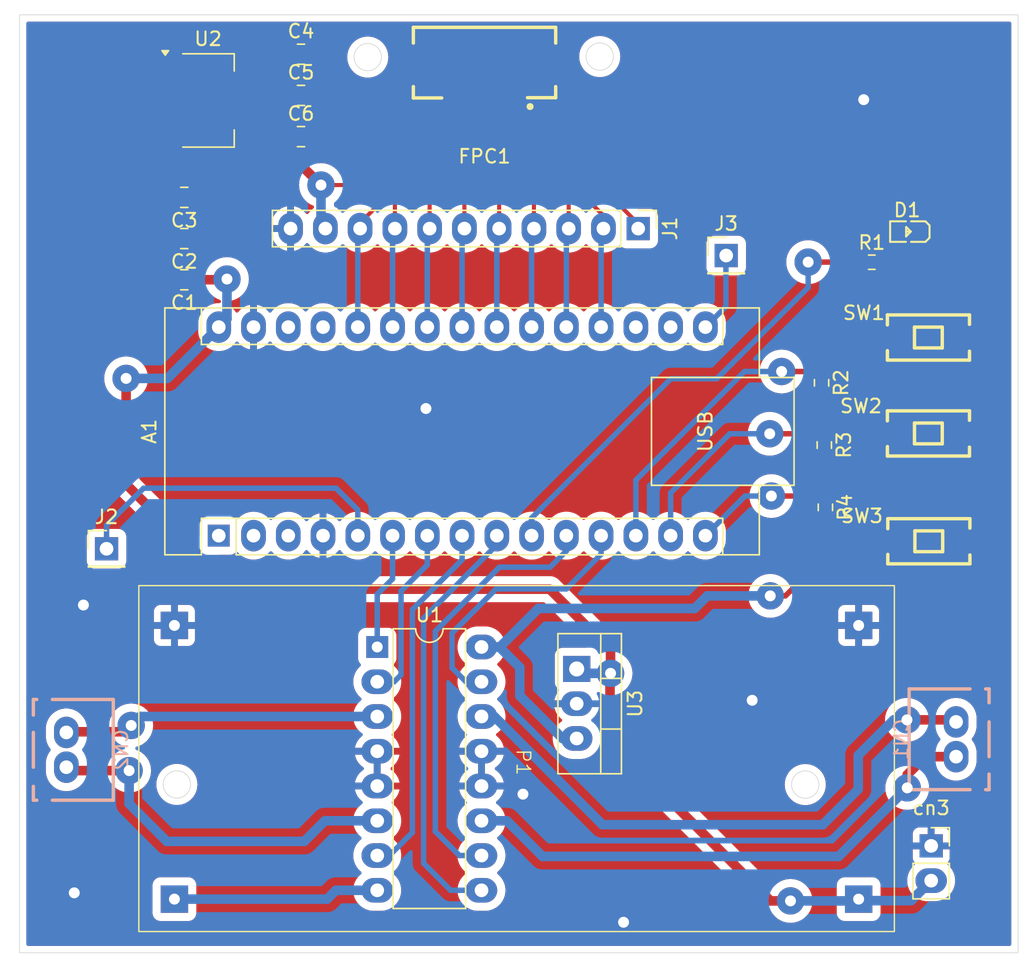
<source format=kicad_pcb>
(kicad_pcb (version 20240108) (generator "pcbnew") (generator_version "8.0")
  (layers (0 "F.Cu" signal) (31 "B.Cu" signal) (34 "B.Paste" user) (35 "F.Paste" user) (36 "B.SilkS" user "B.Silkscreen") (37 "F.SilkS" user "F.Silkscreen") (38 "B.Mask" user) (39 "F.Mask" user) (44 "Edge.Cuts" user))
  (net 0 "")
  (net 1 "/D3")
  (net 2 "/PWMA")
  (net 3 "/BIN1")
  (net 4 "/SW2")
  (net 5 "GND")
  (net 6 "+7.5V")
  (net 7 "/SW1")
  (net 8 "/AIN1")
  (net 9 "/LED")
  (net 10 "/D8")
  (net 11 "/D7")
  (net 12 "/SW3")
  (net 13 "/D2")
  (net 14 "/D1")
  (net 15 "/AIN2")
  (net 20 "/D6")
  (net 21 "Net-(A1-D13)")
  (net 22 "/BIN2")
  (net 24 "/D4")
  (net 25 "/PWMB")
  (net 26 "/D5")
  (net 27 "Net-(A1-D2)")
  (net 29 "+3V3")
  (net 30 "/ML2")
  (net 31 "/ML1")
  (net 32 "/MR2")
  (net 33 "/MR1")
  (net 34 "Net-(D1-A)")
  (net 36 "+12V")
  (net 37 "+5V")
  (footprint "Resistor_SMD:R_0603_1608Metric" (layer "F.Cu") (at 174.42 97.15 -90)
    (property "Reference" "R4" (at 0 -1.43 90) (layer "F.SilkS"))
    (property "Value" "10K")
    (pad "1" smd roundrect (at -0.825 0 270) (size 0.8 0.95) (layers "F.Cu" "F.Paste" "F.Mask") (net 12 "/SW3"))
    (pad "2" smd roundrect (at 0.825 0 270) (size 0.8 0.95) (layers "F.Cu" "F.Paste" "F.Mask") (net 37 "+5V"))
  )
  (footprint "Resistor_SMD:R_0603_1608Metric" (layer "F.Cu") (at 174.34 92.6 -90)
    (property "Reference" "R3" (at 0 -1.43 90) (layer "F.SilkS"))
    (property "Value" "10K")
    (pad "1" smd roundrect (at -0.825 0 270) (size 0.8 0.95) (layers "F.Cu" "F.Paste" "F.Mask") (net 4 "/SW2"))
    (pad "2" smd roundrect (at 0.825 0 270) (size 0.8 0.95) (layers "F.Cu" "F.Paste" "F.Mask") (net 37 "+5V"))
  )
  (footprint "easyeda2kicad:SW-SMD_L6.0-W3.3-LS8.0" (layer "F.Cu") (at 181.81 91.77 180)
    (property "Reference" "SW2" (at 4.79 2.02 0) (layer "F.SilkS"))
    (property "Value" "SW_Push")
    (pad "1" smd rect (at -4 0 180) (size 1.9 1.5) (layers "F.Cu" "F.Paste" "F.Mask") (net 5 "GND"))
    (pad "2" smd rect (at 4 0 180) (size 1.9 1.5) (layers "F.Cu" "F.Paste" "F.Mask") (net 4 "/SW2"))
  )
  (footprint "symbols_footprint:buck_boost converter" (layer "F.Cu") (at 151.85 115.78 -90)
    (property "Reference" "P1" (at 0 -0.5 -90) (layer "F.SilkS") (effects (font (thickness 0.1))))
    (property "Value" "~")
    (pad "1" thru_hole rect (at 10 -25 270) (size 2 2) (drill 0.8) (layers "*.Cu" "*.Mask") (net 6 "+7.5V"))
    (pad "2" thru_hole rect (at -10 -25 270) (size 2 2) (drill 0.8) (layers "*.Cu" "*.Mask") (net 5 "GND"))
    (pad "3" thru_hole rect (at 10 25 270) (size 2 2) (drill 0.8) (layers "*.Cu" "*.Mask") (net 36 "+12V"))
    (pad "4" thru_hole rect (at -10 25 270) (size 2 2) (drill 0.8) (layers "*.Cu" "*.Mask") (net 5 "GND"))
  )
  (footprint "easyeda2kicad:FPC-SMD_12P-P0.50_FPC-05F-12PH20" (layer "F.Cu") (at 149.51 66.215 180)
    (property "Reference" "FPC1" (at 0 -5.29 0) (layer "F.SilkS"))
    (property "Value" "FPC-05F-12PH20")
    (pad "1" smd rect (at -2.75 -1.29 180) (size 0.3 1.25) (layers "F.Cu" "F.Paste" "F.Mask"))
    (pad "2" smd rect (at -2.25 -1.29 180) (size 0.3 1.25) (layers "F.Cu" "F.Paste" "F.Mask") (net 29 "+3V3"))
    (pad "3" smd rect (at -1.75 -1.29 180) (size 0.3 1.25) (layers "F.Cu" "F.Paste" "F.Mask") (net 10 "/D8"))
    (pad "4" smd rect (at -1.25 -1.29 180) (size 0.3 1.25) (layers "F.Cu" "F.Paste" "F.Mask") (net 11 "/D7"))
    (pad "5" smd rect (at -0.75 -1.29 180) (size 0.3 1.25) (layers "F.Cu" "F.Paste" "F.Mask") (net 20 "/D6"))
    (pad "6" smd rect (at -0.25 -1.29 180) (size 0.3 1.25) (layers "F.Cu" "F.Paste" "F.Mask") (net 26 "/D5"))
    (pad "7" smd rect (at 0.25 -1.29 180) (size 0.3 1.25) (layers "F.Cu" "F.Paste" "F.Mask") (net 24 "/D4"))
    (pad "8" smd rect (at 0.75 -1.29 180) (size 0.3 1.25) (layers "F.Cu" "F.Paste" "F.Mask") (net 1 "/D3"))
    (pad "9" smd rect (at 1.25 -1.29 180) (size 0.3 1.25) (layers "F.Cu" "F.Paste" "F.Mask") (net 13 "/D2"))
    (pad "10" smd rect (at 1.75 -1.29 180) (size 0.3 1.25) (layers "F.Cu" "F.Paste" "F.Mask") (net 14 "/D1"))
    (pad "11" smd rect (at 2.25 -1.29 180) (size 0.3 1.25) (layers "F.Cu" "F.Paste" "F.Mask") (net 29 "+3V3"))
    (pad "12" smd rect (at 2.75 -1.29 180) (size 0.3 1.25) (layers "F.Cu" "F.Paste" "F.Mask") (net 5 "GND"))
    (pad "13" smd rect (at 4.44 1.29 180) (size 2 2.5) (layers "F.Cu" "F.Paste" "F.Mask") (net 5 "GND"))
    (pad "14" smd rect (at -4.44 1.29 180) (size 2 2.5) (layers "F.Cu" "F.Paste" "F.Mask") (net 5 "GND"))
  )
  (footprint "Connector_PinHeader_2.54mm:PinHeader_1x01_P2.54mm_Vertical" (layer "F.Cu") (at 121.89 100.18)
    (property "Reference" "J2" (at 0 -2.33 0) (layer "F.SilkS"))
    (property "Value" "Conn_01x01_Pin")
    (pad "1" thru_hole rect (at 0 0) (size 1.7 1.7) (drill 1) (layers "*.Cu" "*.Mask") (net 27 "Net-(A1-D2)"))
  )
  (footprint "easyeda2kicad:SW-SMD_L6.0-W3.3-LS8.0" (layer "F.Cu") (at 181.81 84.76 180)
    (property "Reference" "SW1" (at 4.58 1.82 0) (layer "F.SilkS"))
    (property "Value" "SW_Push")
    (pad "1" smd rect (at -4 0 180) (size 1.9 1.5) (layers "F.Cu" "F.Paste" "F.Mask") (net 5 "GND"))
    (pad "2" smd rect (at 4 0 180) (size 1.9 1.5) (layers "F.Cu" "F.Paste" "F.Mask") (net 7 "/SW1"))
  )
  (footprint "Resistor_SMD:R_0603_1608Metric" (layer "F.Cu") (at 177.81 79.24)
    (property "Reference" "R1" (at 0 -1.43 0) (layer "F.SilkS"))
    (property "Value" "R")
    (pad "1" smd roundrect (at -0.825 0) (size 0.8 0.95) (layers "F.Cu" "F.Paste" "F.Mask") (net 9 "/LED"))
    (pad "2" smd roundrect (at 0.825 0) (size 0.8 0.95) (layers "F.Cu" "F.Paste" "F.Mask") (net 34 "Net-(D1-A)"))
  )
  (footprint "Module:Arduino_Nano" (layer "F.Cu") (at 130.09 99.22 90)
    (property "Reference" "A1" (at 7.62 -5.08 90) (layer "F.SilkS"))
    (property "Value" "Arduino_Nano_v3.x")
    (fp_text user "USB" (at 7.62 35.56 90) (layer "F.SilkS"))
    (pad "1" thru_hole rect (at 0 0 90) (size 1.6 1.6) (drill 1) (layers "*.Cu" "*.Mask"))
    (pad "2" thru_hole oval (at 0 2.54 90) (size 2.3 1.8) (drill 1) (layers "*.Cu" "*.Mask"))
    (pad "3" thru_hole oval (at 0 5.08 90) (size 2.3 1.8) (drill 1) (layers "*.Cu" "*.Mask"))
    (pad "4" thru_hole oval (at 0 7.62 90) (size 2.3 1.8) (drill 1) (layers "*.Cu" "*.Mask") (net 5 "GND"))
    (pad "5" thru_hole oval (at 0 10.16 90) (size 2.3 1.8) (drill 1) (layers "*.Cu" "*.Mask") (net 27 "Net-(A1-D2)"))
    (pad "6" thru_hole oval (at 0 12.7 90) (size 2.3 1.8) (drill 1) (layers "*.Cu" "*.Mask") (net 2 "/PWMA"))
    (pad "7" thru_hole oval (at 0 15.24 90) (size 2.3 1.8) (drill 1) (layers "*.Cu" "*.Mask") (net 15 "/AIN2"))
    (pad "8" thru_hole oval (at 0 17.78 90) (size 2.3 1.8) (drill 1) (layers "*.Cu" "*.Mask") (net 8 "/AIN1"))
    (pad "9" thru_hole oval (at 0 20.32 90) (size 2.3 1.8) (drill 1) (layers "*.Cu" "*.Mask") (net 25 "/PWMB"))
    (pad "10" thru_hole oval (at 0 22.86 90) (size 2.3 1.8) (drill 1) (layers "*.Cu" "*.Mask") (net 9 "/LED"))
    (pad "11" thru_hole oval (at 0 25.4 90) (size 2.3 1.8) (drill 1) (layers "*.Cu" "*.Mask") (net 3 "/BIN1"))
    (pad "12" thru_hole oval (at 0 27.94 90) (size 2.3 1.8) (drill 1) (layers "*.Cu" "*.Mask") (net 22 "/BIN2"))
    (pad "13" thru_hole oval (at 0 30.48 90) (size 2.3 1.8) (drill 1) (layers "*.Cu" "*.Mask") (net 7 "/SW1"))
    (pad "14" thru_hole oval (at 0 33.02 90) (size 2.3 1.8) (drill 1) (layers "*.Cu" "*.Mask") (net 4 "/SW2"))
    (pad "15" thru_hole oval (at 0 35.56 90) (size 2.3 1.8) (drill 1) (layers "*.Cu" "*.Mask") (net 12 "/SW3"))
    (pad "16" thru_hole oval (at 15.24 35.56 90) (size 2.3 1.8) (drill 1) (layers "*.Cu" "*.Mask") (net 21 "Net-(A1-D13)"))
    (pad "17" thru_hole oval (at 15.24 33.02 90) (size 2.3 1.8) (drill 1) (layers "*.Cu" "*.Mask"))
    (pad "18" thru_hole oval (at 15.24 30.48 90) (size 2.3 1.8) (drill 1) (layers "*.Cu" "*.Mask"))
    (pad "19" thru_hole oval (at 15.24 27.94 90) (size 2.3 1.8) (drill 1) (layers "*.Cu" "*.Mask") (net 10 "/D8"))
    (pad "20" thru_hole oval (at 15.24 25.4 90) (size 2.3 1.8) (drill 1) (layers "*.Cu" "*.Mask") (net 11 "/D7"))
    (pad "21" thru_hole oval (at 15.24 22.86 90) (size 2.3 1.8) (drill 1) (layers "*.Cu" "*.Mask") (net 20 "/D6"))
    (pad "22" thru_hole oval (at 15.24 20.32 90) (size 2.3 1.8) (drill 1) (layers "*.Cu" "*.Mask") (net 26 "/D5"))
    (pad "23" thru_hole oval (at 15.24 17.78 90) (size 2.3 1.8) (drill 1) (layers "*.Cu" "*.Mask") (net 24 "/D4"))
    (pad "24" thru_hole oval (at 15.24 15.24 90) (size 2.3 1.8) (drill 1) (layers "*.Cu" "*.Mask") (net 1 "/D3"))
    (pad "25" thru_hole oval (at 15.24 12.7 90) (size 2.3 1.8) (drill 1) (layers "*.Cu" "*.Mask") (net 13 "/D2"))
    (pad "26" thru_hole oval (at 15.24 10.16 90) (size 2.3 1.8) (drill 1) (layers "*.Cu" "*.Mask") (net 14 "/D1"))
    (pad "27" thru_hole oval (at 15.24 7.62 90) (size 2.3 1.8) (drill 1) (layers "*.Cu" "*.Mask"))
    (pad "28" thru_hole oval (at 15.24 5.08 90) (size 2.3 1.8) (drill 1) (layers "*.Cu" "*.Mask"))
    (pad "29" thru_hole oval (at 15.24 2.54 90) (size 2.3 1.8) (drill 1) (layers "*.Cu" "*.Mask") (net 5 "GND"))
    (pad "30" thru_hole oval (at 15.24 0 90) (size 2.3 1.8) (drill 1) (layers "*.Cu" "*.Mask") (net 6 "+7.5V"))
  )
  (footprint "Connector_PinHeader_2.54mm:PinHeader_1x01_P2.54mm_Vertical" (layer "F.Cu") (at 167.17 78.75)
    (property "Reference" "J3" (at 0 -2.33 0) (layer "F.SilkS"))
    (property "Value" "Conn_01x01_Pin")
    (pad "1" thru_hole rect (at 0 0) (size 1.7 1.7) (drill 1) (layers "*.Cu" "*.Mask") (net 21 "Net-(A1-D13)"))
  )
  (footprint "Capacitor_SMD:C_0805_2012Metric" (layer "F.Cu") (at 136.1 67.05)
    (property "Reference" "C5" (at 0 -1.68 0) (layer "F.SilkS"))
    (property "Value" "100nF")
    (pad "1" smd roundrect (at -0.95 0) (size 1 1.45) (layers "F.Cu" "F.Paste" "F.Mask") (net 29 "+3V3"))
    (pad "2" smd roundrect (at 0.95 0) (size 1 1.45) (layers "F.Cu" "F.Paste" "F.Mask") (net 5 "GND"))
  )
  (footprint "Capacitor_SMD:C_0805_2012Metric" (layer "F.Cu") (at 127.57 77.51 180)
    (property "Reference" "C2" (at 0 -1.68 0) (layer "F.SilkS"))
    (property "Value" "33pF")
    (pad "1" smd roundrect (at -0.95 0 180) (size 1 1.45) (layers "F.Cu" "F.Paste" "F.Mask") (net 6 "+7.5V"))
    (pad "2" smd roundrect (at 0.95 0 180) (size 1 1.45) (layers "F.Cu" "F.Paste" "F.Mask") (net 5 "GND"))
  )
  (footprint "Package_TO_SOT_SMD:SOT-223-3_TabPin2" (layer "F.Cu") (at 129.31 67.4175)
    (property "Reference" "U2" (at 0 -4.5 0) (layer "F.SilkS"))
    (property "Value" "AMS1117-3.3")
    (pad "1" smd roundrect (at -3.15 -2.3) (size 2 1.5) (layers "F.Cu" "F.Paste" "F.Mask") (net 5 "GND"))
    (pad "2" smd roundrect (at -3.15 0) (size 2 1.5) (layers "F.Cu" "F.Paste" "F.Mask") (net 29 "+3V3"))
    (pad "2" smd roundrect (at 3.15 0) (size 2 3.8) (layers "F.Cu" "F.Paste" "F.Mask") (net 29 "+3V3"))
    (pad "3" smd roundrect (at -3.15 2.3) (size 2 1.5) (layers "F.Cu" "F.Paste" "F.Mask") (net 6 "+7.5V"))
  )
  (footprint "Connector_PinHeader_2.54mm:PinHeader_1x11_P2.54mm_Vertical" (layer "F.Cu") (at 160.74 76.78 -90)
    (property "Reference" "J1" (at 0 -2.33 90) (layer "F.SilkS"))
    (property "Value" "Conn_01x11_Pin")
    (pad "1" thru_hole rect (at 0 0 270) (size 1.7 1.7) (drill 1) (layers "*.Cu" "*.Mask") (net 29 "+3V3"))
    (pad "2" thru_hole oval (at 0 2.54 270) (size 2.3 1.8) (drill 1) (layers "*.Cu" "*.Mask") (net 10 "/D8"))
    (pad "3" thru_hole oval (at 0 5.08 270) (size 2.3 1.8) (drill 1) (layers "*.Cu" "*.Mask") (net 11 "/D7"))
    (pad "4" thru_hole oval (at 0 7.62 270) (size 2.3 1.8) (drill 1) (layers "*.Cu" "*.Mask") (net 20 "/D6"))
    (pad "5" thru_hole oval (at 0 10.16 270) (size 2.3 1.8) (drill 1) (layers "*.Cu" "*.Mask") (net 26 "/D5"))
    (pad "6" thru_hole oval (at 0 12.7 270) (size 2.3 1.8) (drill 1) (layers "*.Cu" "*.Mask") (net 24 "/D4"))
    (pad "7" thru_hole oval (at 0 15.24 270) (size 2.3 1.8) (drill 1) (layers "*.Cu" "*.Mask") (net 1 "/D3"))
    (pad "8" thru_hole oval (at 0 17.78 270) (size 2.3 1.8) (drill 1) (layers "*.Cu" "*.Mask") (net 13 "/D2"))
    (pad "9" thru_hole oval (at 0 20.32 270) (size 2.3 1.8) (drill 1) (layers "*.Cu" "*.Mask") (net 14 "/D1"))
    (pad "10" thru_hole oval (at 0 22.86 270) (size 2.3 1.8) (drill 1) (layers "*.Cu" "*.Mask") (net 29 "+3V3"))
    (pad "11" thru_hole oval (at 0 25.4 270) (size 2.3 1.8) (drill 1) (layers "*.Cu" "*.Mask") (net 5 "GND"))
  )
  (footprint "easyeda2kicad:LED0603-RD" (layer "F.Cu") (at 180.54 77 180)
    (property "Reference" "D1" (at 0.15 1.57 0) (layer "F.SilkS"))
    (property "Value" "LED")
    (pad "1" smd rect (at -0.8 0 270) (size 0.8 0.8) (layers "F.Cu" "F.Paste" "F.Mask") (net 5 "GND"))
    (pad "2" smd rect (at 0.8 0 270) (size 0.8 0.8) (layers "F.Cu" "F.Paste" "F.Mask") (net 34 "Net-(D1-A)"))
  )
  (footprint "easyeda2kicad:SW-SMD_L6.0-W3.3-LS8.0" (layer "F.Cu") (at 181.84 99.65 180)
    (property "Reference" "SW3" (at 4.75 1.87 0) (layer "F.SilkS"))
    (property "Value" "SW_Push")
    (pad "1" smd rect (at -4 0 180) (size 1.9 1.5) (layers "F.Cu" "F.Paste" "F.Mask") (net 5 "GND"))
    (pad "2" smd rect (at 4 0 180) (size 1.9 1.5) (layers "F.Cu" "F.Paste" "F.Mask") (net 12 "/SW3"))
  )
  (footprint "Package_DIP:DIP-16_W7.62mm" (layer "F.Cu") (at 141.67 107.355)
    (property "Reference" "U1" (at 3.81 -2.33 0) (layer "F.SilkS"))
    (property "Value" "L293D")
    (pad "1" thru_hole rect (at 0 0) (size 1.6 1.6) (drill 0.8) (layers "*.Cu" "*.Mask") (net 2 "/PWMA"))
    (pad "2" thru_hole oval (at 0 2.54) (size 2.3 1.8) (drill 1) (layers "*.Cu" "*.Mask") (net 15 "/AIN2"))
    (pad "3" thru_hole oval (at 0 5.08) (size 2.3 1.8) (drill 1) (layers "*.Cu" "*.Mask") (net 33 "/MR1"))
    (pad "4" thru_hole oval (at 0 7.62) (size 2.3 1.8) (drill 1) (layers "*.Cu" "*.Mask") (net 5 "GND"))
    (pad "5" thru_hole oval (at 0 10.16) (size 2.3 1.8) (drill 1) (layers "*.Cu" "*.Mask") (net 5 "GND"))
    (pad "6" thru_hole oval (at 0 12.7) (size 2.3 1.8) (drill 1) (layers "*.Cu" "*.Mask") (net 32 "/MR2"))
    (pad "7" thru_hole oval (at 0 15.24) (size 2.3 1.8) (drill 1) (layers "*.Cu" "*.Mask") (net 8 "/AIN1"))
    (pad "8" thru_hole oval (at 0 17.78) (size 2.3 1.8) (drill 1) (layers "*.Cu" "*.Mask") (net 36 "+12V"))
    (pad "9" thru_hole oval (at 7.62 17.78) (size 2.3 1.8) (drill 1) (layers "*.Cu" "*.Mask") (net 25 "/PWMB"))
    (pad "10" thru_hole oval (at 7.62 15.24) (size 2.3 1.8) (drill 1) (layers "*.Cu" "*.Mask") (net 3 "/BIN1"))
    (pad "11" thru_hole oval (at 7.62 12.7) (size 2.3 1.8) (drill 1) (layers "*.Cu" "*.Mask") (net 31 "/ML1"))
    (pad "12" thru_hole oval (at 7.62 10.16) (size 2.3 1.8) (drill 1) (layers "*.Cu" "*.Mask") (net 5 "GND"))
    (pad "13" thru_hole oval (at 7.62 7.62) (size 2.3 1.8) (drill 1) (layers "*.Cu" "*.Mask") (net 5 "GND"))
    (pad "14" thru_hole oval (at 7.62 5.08) (size 2.3 1.8) (drill 1) (layers "*.Cu" "*.Mask") (net 30 "/ML2"))
    (pad "15" thru_hole oval (at 7.62 2.54) (size 2.3 1.8) (drill 1) (layers "*.Cu" "*.Mask") (net 22 "/BIN2"))
    (pad "16" thru_hole oval (at 7.62 0) (size 2.3 1.8) (drill 1) (layers "*.Cu" "*.Mask") (net 37 "+5V"))
  )
  (footprint "Package_TO_SOT_THT:TO-220-3_Vertical" (layer "F.Cu") (at 156.245 108.96 -90)
    (property "Reference" "U3" (at 2.54 -4.27 90) (layer "F.SilkS"))
    (property "Value" "LM7805_TO220")
    (pad "1" thru_hole rect (at 0 0 270) (size 1.905 2) (drill 1.1) (layers "*.Cu" "*.Mask") (net 6 "+7.5V"))
    (pad "2" thru_hole oval (at 2.54 0 270) (size 1.8 2.3) (drill 1) (layers "*.Cu" "*.Mask") (net 5 "GND"))
    (pad "3" thru_hole oval (at 5.08 0 270) (size 1.8 2.3) (drill 1) (layers "*.Cu" "*.Mask") (net 37 "+5V"))
  )
  (footprint "Capacitor_SMD:C_0805_2012Metric" (layer "F.Cu") (at 136.1 70.06)
    (property "Reference" "C6" (at 0 -1.68 0) (layer "F.SilkS"))
    (property "Value" "33pF")
    (pad "1" smd roundrect (at -0.95 0) (size 1 1.45) (layers "F.Cu" "F.Paste" "F.Mask") (net 29 "+3V3"))
    (pad "2" smd roundrect (at 0.95 0) (size 1 1.45) (layers "F.Cu" "F.Paste" "F.Mask") (net 5 "GND"))
  )
  (footprint "Capacitor_SMD:C_0805_2012Metric" (layer "F.Cu") (at 127.57 80.52 180)
    (property "Reference" "C1" (at 0 -1.68 0) (layer "F.SilkS"))
    (property "Value" "100nF")
    (pad "1" smd roundrect (at -0.95 0 180) (size 1 1.45) (layers "F.Cu" "F.Paste" "F.Mask") (net 6 "+7.5V"))
    (pad "2" smd roundrect (at 0.95 0 180) (size 1 1.45) (layers "F.Cu" "F.Paste" "F.Mask") (net 5 "GND"))
  )
  (footprint "Capacitor_SMD:C_0805_2012Metric" (layer "F.Cu") (at 127.57 74.5 180)
    (property "Reference" "C3" (at 0 -1.68 0) (layer "F.SilkS"))
    (property "Value" "10uF")
    (pad "1" smd roundrect (at -0.95 0 180) (size 1 1.45) (layers "F.Cu" "F.Paste" "F.Mask") (net 6 "+7.5V"))
    (pad "2" smd roundrect (at 0.95 0 180) (size 1 1.45) (layers "F.Cu" "F.Paste" "F.Mask") (net 5 "GND"))
  )
  (footprint "Resistor_SMD:R_0603_1608Metric" (layer "F.Cu") (at 174.14 88.05 -90)
    (property "Reference" "R2" (at 0 -1.43 90) (layer "F.SilkS"))
    (property "Value" "10K")
    (pad "1" smd roundrect (at -0.825 0 270) (size 0.8 0.95) (layers "F.Cu" "F.Paste" "F.Mask") (net 7 "/SW1"))
    (pad "2" smd roundrect (at 0.825 0 270) (size 0.8 0.95) (layers "F.Cu" "F.Paste" "F.Mask") (net 37 "+5V"))
  )
  (footprint "Connector_PinSocket_2.54mm:PinSocket_1x02_P2.54mm_Vertical" (layer "F.Cu") (at 182.15 121.89)
    (property "Reference" "cn3" (at 0 -2.77 0) (layer "F.SilkS"))
    (property "Value" "~")
    (pad "1" thru_hole rect (at 0 0) (size 1.7 1.7) (drill 1) (layers "*.Cu" "*.Mask") (net 5 "GND"))
    (pad "2" thru_hole oval (at 0 2.54) (size 2.3 1.8) (drill 1) (layers "*.Cu" "*.Mask") (net 6 "+7.5V"))
  )
  (footprint "Capacitor_SMD:C_0805_2012Metric" (layer "F.Cu") (at 136.1 64.04)
    (property "Reference" "C4" (at 0 -1.68 0) (layer "F.SilkS"))
    (property "Value" "10uF")
    (pad "1" smd roundrect (at -0.95 0) (size 1 1.45) (layers "F.Cu" "F.Paste" "F.Mask") (net 29 "+3V3"))
    (pad "2" smd roundrect (at 0.95 0) (size 1 1.45) (layers "F.Cu" "F.Paste" "F.Mask") (net 5 "GND"))
  )
  (footprint "easyeda2kicad:CONN-TH_B2B-XH-A-LF-SN" (layer "B.Cu") (at 183.97 114.1 -90)
    (property "Reference" "CN1" (at 0 4 90) (layer "B.SilkS") (effects (justify mirror)))
    (property "Value" "B2B-XH-A (LF)(SN)")
    (pad "1" thru_hole oval (at 1.27 0 270) (size 2.3 1.8) (drill 1) (layers "*.Cu" "*.Mask") (net 31 "/ML1"))
    (pad "2" thru_hole oval (at -1.27 0 270) (size 2.3 1.8) (drill 1) (layers "*.Cu" "*.Mask") (net 30 "/ML2"))
  )
  (footprint "easyeda2kicad:CONN-TH_B2B-XH-A-LF-SN" (layer "B.Cu") (at 118.9525 114.87 90)
    (property "Reference" "CN2" (at 0 4 90) (layer "B.SilkS") (effects (justify mirror)))
    (property "Value" "B2B-XH-A (LF)(SN)")
    (pad "1" thru_hole oval (at 1.27 0 90) (size 2.3 1.8) (drill 1) (layers "*.Cu" "*.Mask") (net 33 "/MR1"))
    (pad "2" thru_hole oval (at -1.27 0 90) (size 2.3 1.8) (drill 1) (layers "*.Cu" "*.Mask") (net 32 "/MR2"))
  )
  (gr_rect (start 124.25 102.87) (end 179.46 128.15) (stroke (width 0.1)) (fill none) (layer "F.SilkS"))
  (gr_circle (center 140.98 64.25) (end 141.98 64.25) (stroke (width 0.05)) (fill none) (layer "Edge.Cuts"))
  (gr_rect (start 115.53 61.16) (end 188.5 129.7) (stroke (width 0.05)) (fill none) (layer "Edge.Cuts"))
  (gr_circle (center 127.03 117.4) (end 128.03 117.4) (stroke (width 0.05)) (fill none) (layer "Edge.Cuts"))
  (gr_circle (center 172.95 117.41) (end 173.95 117.41) (stroke (width 0.05)) (fill none) (layer "Edge.Cuts"))
  (gr_circle (center 157.93 64.21) (end 158.93 64.21) (stroke (width 0.05)) (fill none) (layer "Edge.Cuts"))
  (segment (start 148.76 67.505) (end 148.76 70.06) (width 0.3) (layer "F.Cu") (net 1))
  (segment (start 145.5 73.32) (end 145.5 76.78) (width 0.3) (layer "F.Cu") (net 1))
  (segment (start 148.76 70.06) (end 145.5 73.32) (width 0.3) (layer "F.Cu") (net 1))
  (segment (start 145.33 83.98) (end 145.33 76.95) (width 0.4) (layer "B.Cu") (net 1))
  (segment (start 145.33 76.95) (end 145.5 76.78) (width 0.4) (layer "B.Cu") (net 1))
  (segment (start 141.67 107.355) (end 141.67 103.5) (width 0.4) (layer "B.Cu") (net 2))
  (segment (start 141.67 103.5) (end 142.79 102.38) (width 0.4) (layer "B.Cu") (net 2))
  (segment (start 142.79 102.38) (end 142.79 99.22) (width 0.4) (layer "B.Cu") (net 2))
  (segment (start 150.6 101.52) (end 154.31 101.52) (width 0.4) (layer "B.Cu") (net 3))
  (segment (start 154.31 101.52) (end 155.49 100.34) (width 0.4) (layer "B.Cu") (net 3))
  (segment (start 145.92 106.2) (end 150.6 101.52) (width 0.4) (layer "B.Cu") (net 3))
  (segment (start 147.675 122.595) (end 145.92 120.84) (width 0.4) (layer "B.Cu") (net 3))
  (segment (start 149.29 122.595) (end 147.675 122.595) (width 0.4) (layer "B.Cu") (net 3))
  (segment (start 155.49 100.34) (end 155.49 99.22) (width 0.4) (layer "B.Cu") (net 3))
  (segment (start 145.92 120.84) (end 145.92 106.2) (width 0.4) (layer "B.Cu") (net 3))
  (segment (start 177.805 91.775) (end 177.81 91.77) (width 0.4) (layer "F.Cu") (net 4))
  (segment (start 174.34 91.775) (end 177.805 91.775) (width 0.4) (layer "F.Cu") (net 4))
  (segment (start 170.35 91.775) (end 174.34 91.775) (width 0.4) (layer "F.Cu") (net 4))
  (via (at 170.35 91.775) (size 2) (drill 0.8) (layers "F.Cu" "B.Cu") (net 4))
  (segment (start 170.35 91.775) (end 167.435 91.775) (width 0.4) (layer "B.Cu") (net 4))
  (segment (start 163.11 96.1) (end 163.11 99.22) (width 0.4) (layer "B.Cu") (net 4))
  (segment (start 167.435 91.775) (end 163.11 96.1) (width 0.4) (layer "B.Cu") (net 4))
  (segment (start 145.985 67.505) (end 145.92 67.44) (width 0.3) (layer "F.Cu") (net 5))
  (segment (start 146.76 67.505) (end 145.985 67.505) (width 0.3) (layer "F.Cu") (net 5))
  (via (at 120.2 104.29) (size 2) (drill 0.8) (layers "F.Cu" "B.Cu") (net 5))
  (via (at 152.32 118.11) (size 2) (drill 0.8) (layers "F.Cu" "B.Cu") (net 5))
  (via (at 145.23 89.93) (size 2) (drill 0.8) (layers "F.Cu" "B.Cu") (net 5))
  (via (at 119.53 125.32) (size 2) (drill 0.8) (layers "F.Cu" "B.Cu") (net 5))
  (via (at 159.67 127.47) (size 2) (drill 0.8) (layers "F.Cu" "B.Cu") (net 5))
  (via (at 177.22 67.36) (size 2) (drill 0.8) (layers "F.Cu" "B.Cu") (net 5))
  (via (at 169.07 111.25) (size 2) (drill 0.8) (layers "F.Cu" "B.Cu") (net 5))
  (segment (start 128.52 71.15) (end 128.52 77.51) (width 0.7) (layer "F.Cu") (net 6))
  (segment (start 170.41 125.91) (end 171.87 125.91) (width 0.7) (layer "F.Cu") (net 6))
  (segment (start 158.72 107.58) (end 154.27 103.13) (width 0.7) (layer "F.Cu") (net 6))
  (segment (start 126.16 69.7175) (end 127.0875 69.7175) (width 0.7) (layer "F.Cu") (net 6))
  (segment (start 158.68 109.32) (end 158.68 114.18) (width 0.7) (layer "F.Cu") (net 6))
  (segment (start 154.27 103.13) (end 130.99 103.13) (width 0.7) (layer "F.Cu") (net 6))
  (segment (start 158.72 109.28) (end 158.72 107.58) (width 0.7) (layer "F.Cu") (net 6))
  (segment (start 158.72 109.28) (end 158.68 109.32) (width 0.7) (layer "F.Cu") (net 6))
  (segment (start 130.99 103.13) (end 123.32 95.46) (width 0.7) (layer "F.Cu") (net 6))
  (segment (start 128.52 80.52) (end 130.64 80.52) (width 0.7) (layer "F.Cu") (net 6))
  (segment (start 127.0875 69.7175) (end 128.52 71.15) (width 0.7) (layer "F.Cu") (net 6))
  (segment (start 123.32 95.46) (end 123.32 87.73) (width 0.7) (layer "F.Cu") (net 6))
  (segment (start 158.68 114.18) (end 170.41 125.91) (width 0.7) (layer "F.Cu") (net 6))
  (segment (start 128.52 77.51) (end 128.52 80.52) (width 0.7) (layer "F.Cu") (net 6))
  (segment (start 130.64 80.52) (end 130.69 80.47) (width 0.7) (layer "F.Cu") (net 6))
  (via (at 171.87 125.91) (size 2) (drill 0.8) (layers "F.Cu" "B.Cu") (net 6))
  (via (at 123.32 87.73) (size 2) (drill 0.8) (layers "F.Cu" "B.Cu") (net 6))
  (via (at 158.72 109.28) (size 2) (drill 0.8) (layers "F.Cu" "B.Cu") (net 6))
  (via (at 130.69 80.47) (size 2) (drill 0.8) (layers "F.Cu" "B.Cu") (net 6))
  (segment (start 171.87 125.91) (end 176.72 125.91) (width 0.7) (layer "B.Cu") (net 6))
  (segment (start 176.72 125.91) (end 176.85 125.78) (width 0.7) (layer "B.Cu") (net 6))
  (segment (start 123.32 87.73) (end 126.34 87.73) (width 0.7) (layer "B.Cu") (net 6))
  (segment (start 126.34 87.73) (end 130.09 83.98) (width 0.7) (layer "B.Cu") (net 6))
  (segment (start 176.96 125.89) (end 176.85 125.78) (width 0.7) (layer "B.Cu") (net 6))
  (segment (start 158.72 109.28) (end 156.565 109.28) (width 0.7) (layer "B.Cu") (net 6))
  (segment (start 182.15 124.43) (end 180.69 125.89) (width 0.7) (layer "B.Cu") (net 6))
  (segment (start 180.69 125.89) (end 176.96 125.89) (width 0.7) (layer "B.Cu") (net 6))
  (segment (start 130.69 83.38) (end 130.09 83.98) (width 0.7) (layer "B.Cu") (net 6))
  (segment (start 156.565 109.28) (end 156.245 108.96) (width 0.7) (layer "B.Cu") (net 6))
  (segment (start 130.69 80.47) (end 130.69 83.38) (width 0.7) (layer "B.Cu") (net 6))
  (segment (start 171.22 87.225) (end 174.14 87.225) (width 0.4) (layer "F.Cu") (net 7))
  (segment (start 175.345 87.225) (end 177.81 84.76) (width 0.4) (layer "F.Cu") (net 7))
  (segment (start 174.14 87.225) (end 175.345 87.225) (width 0.4) (layer "F.Cu") (net 7))
  (via (at 171.22 87.225) (size 2) (drill 0.8) (layers "F.Cu" "B.Cu") (net 7))
  (segment (start 168.505 87.225) (end 160.57 95.16) (width 0.4) (layer "B.Cu") (net 7))
  (segment (start 171.22 87.225) (end 168.505 87.225) (width 0.4) (layer "B.Cu") (net 7))
  (segment (start 160.57 95.16) (end 160.57 99.22) (width 0.4) (layer "B.Cu") (net 7))
  (segment (start 144.24 120.91) (end 144.24 104.62) (width 0.4) (layer "B.Cu") (net 8))
  (segment (start 147.87 100.99) (end 147.87 99.22) (width 0.4) (layer "B.Cu") (net 8))
  (segment (start 142.555 122.595) (end 144.24 120.91) (width 0.4) (layer "B.Cu") (net 8))
  (segment (start 144.24 104.62) (end 147.87 100.99) (width 0.4) (layer "B.Cu") (net 8))
  (segment (start 141.67 122.595) (end 142.555 122.595) (width 0.4) (layer "B.Cu") (net 8))
  (segment (start 173.16 79.23) (end 176.975 79.23) (width 0.4) (layer "F.Cu") (net 9))
  (segment (start 176.975 79.23) (end 176.985 79.24) (width 0.4) (layer "F.Cu") (net 9))
  (via (at 173.16 79.23) (size 2) (drill 0.8) (layers "F.Cu" "B.Cu") (net 9))
  (segment (start 163.13 87.75) (end 166.49 87.75) (width 0.4) (layer "B.Cu") (net 9))
  (segment (start 173.16 81.08) (end 173.16 79.23) (width 0.4) (layer "B.Cu") (net 9))
  (segment (start 152.95 97.93) (end 163.13 87.75) (width 0.4) (layer "B.Cu") (net 9))
  (segment (start 166.49 87.75) (end 173.16 81.08) (width 0.4) (layer "B.Cu") (net 9))
  (segment (start 152.95 99.22) (end 152.95 97.93) (width 0.4) (layer "B.Cu") (net 9))
  (segment (start 158.2 76.78) (end 158.2 75.83) (width 0.3) (layer "F.Cu") (net 10))
  (segment (start 158.2 75.83) (end 151.26 68.89) (width 0.3) (layer "F.Cu") (net 10))
  (segment (start 151.26 68.89) (end 151.26 67.505) (width 0.3) (layer "F.Cu") (net 10))
  (segment (start 157.71 76.78) (end 158.2 76.78) (width 0.3) (layer "F.Cu") (net 10))
  (segment (start 158.03 76.95) (end 158.2 76.78) (width 0.4) (layer "B.Cu") (net 10))
  (segment (start 158.03 83.98) (end 158.03 76.95) (width 0.4) (layer "B.Cu") (net 10))
  (segment (start 150.76 69.35) (end 155.66 74.25) (width 0.3) (layer "F.Cu") (net 11))
  (segment (start 150.76 67.505) (end 150.76 69.35) (width 0.3) (layer "F.Cu") (net 11))
  (segment (start 155.66 74.25) (end 155.66 76.78) (width 0.3) (layer "F.Cu") (net 11))
  (segment (start 155.49 76.95) (end 155.66 76.78) (width 0.4) (layer "B.Cu") (net 11))
  (segment (start 155.49 83.98) (end 155.49 76.95) (width 0.4) (layer "B.Cu") (net 11))
  (segment (start 177.84 98.64) (end 177.84 99.65) (width 0.4) (layer "F.Cu") (net 12))
  (segment (start 174.42 96.325) (end 175.525 96.325) (width 0.4) (layer "F.Cu") (net 12))
  (segment (start 170.47 96.325) (end 174.42 96.325) (width 0.4) (layer "F.Cu") (net 12))
  (segment (start 175.525 96.325) (end 177.84 98.64) (width 0.4) (layer "F.Cu") (net 12))
  (via (at 170.47 96.325) (size 2) (drill 0.8) (layers "F.Cu" "B.Cu") (net 12))
  (segment (start 170.47 96.325) (end 168.545 96.325) (width 0.4) (layer "B.Cu") (net 12))
  (segment (start 168.545 96.325) (end 165.65 99.22) (width 0.4) (layer "B.Cu") (net 12))
  (segment (start 148.26 67.505) (end 148.26 69.63) (width 0.3) (layer "F.Cu") (net 13))
  (segment (start 142.96 74.93) (end 142.96 76.78) (width 0.3) (layer "F.Cu") (net 13))
  (segment (start 148.26 69.63) (end 142.96 74.93) (width 0.3) (layer "F.Cu") (net 13))
  (segment (start 142.79 83.98) (end 142.79 76.95) (width 0.4) (layer "B.Cu") (net 13))
  (segment (start 142.79 76.95) (end 142.96 76.78) (width 0.4) (layer "B.Cu") (net 13))
  (segment (start 147.76 67.505) (end 147.76 69.03) (width 0.3) (layer "F.Cu") (net 14))
  (segment (start 140.42 76.37) (end 140.42 76.78) (width 0.3) (layer "F.Cu") (net 14))
  (segment (start 147.76 69.03) (end 140.42 76.37) (width 0.3) (layer "F.Cu") (net 14))
  (segment (start 140.25 76.95) (end 140.42 76.78) (width 0.4) (layer "B.Cu") (net 14))
  (segment (start 140.25 83.98) (end 140.25 76.95) (width 0.4) (layer "B.Cu") (net 14))
  (segment (start 145.33 101.35) (end 145.33 99.22) (width 0.4) (layer "B.Cu") (net 15))
  (segment (start 141.67 109.895) (end 142.905 109.895) (width 0.4) (layer "B.Cu") (net 15))
  (segment (start 143.41 109.39) (end 143.41 103.27) (width 0.4) (layer "B.Cu") (net 15))
  (segment (start 143.41 103.27) (end 145.33 101.35) (width 0.4) (layer "B.Cu") (net 15))
  (segment (start 142.905 109.895) (end 143.41 109.39) (width 0.4) (layer "B.Cu") (net 15))
  (segment (start 150.26 70.34) (end 153.12 73.2) (width 0.3) (layer "F.Cu") (net 20))
  (segment (start 153.12 73.2) (end 153.12 76.78) (width 0.3) (layer "F.Cu") (net 20))
  (segment (start 150.26 67.505) (end 150.26 70.34) (width 0.3) (layer "F.Cu") (net 20))
  (segment (start 152.95 83.98) (end 152.95 76.95) (width 0.4) (layer "B.Cu") (net 20))
  (segment (start 152.95 76.95) (end 153.12 76.78) (width 0.4) (layer "B.Cu") (net 20))
  (segment (start 167.15 82.48) (end 167.15 78.77) (width 0.4) (layer "B.Cu") (net 21))
  (segment (start 167.15 78.77) (end 167.17 78.75) (width 0.4) (layer "B.Cu") (net 21))
  (segment (start 165.65 83.98) (end 167.15 82.48) (width 0.4) (layer "B.Cu") (net 21))
  (segment (start 147.14 108.88) (end 147.14 106.33) (width 0.4) (layer "B.Cu") (net 22))
  (segment (start 148.155 109.895) (end 147.14 108.88) (width 0.4) (layer "B.Cu") (net 22))
  (segment (start 147.14 106.33) (end 150.36 103.11) (width 0.4) (layer "B.Cu") (net 22))
  (segment (start 149.29 109.895) (end 148.155 109.895) (width 0.4) (layer "B.Cu") (net 22))
  (segment (start 150.36 103.11) (end 155.5 103.11) (width 0.4) (layer "B.Cu") (net 22))
  (segment (start 158.03 100.58) (end 158.03 99.22) (width 0.4) (layer "B.Cu") (net 22))
  (segment (start 155.5 103.11) (end 158.03 100.58) (width 0.4) (layer "B.Cu") (net 22))
  (segment (start 148.04 71.76) (end 148.04 76.78) (width 0.3) (layer "F.Cu") (net 24))
  (segment (start 149.26 70.54) (end 148.04 71.76) (width 0.3) (layer "F.Cu") (net 24))
  (segment (start 149.26 67.505) (end 149.26 70.54) (width 0.3) (layer "F.Cu") (net 24))
  (segment (start 148.02 76.76) (end 148.04 76.78) (width 0.3) (layer "F.Cu") (net 24))
  (segment (start 147.87 76.95) (end 148.04 76.78) (width 0.4) (layer "B.Cu") (net 24))
  (segment (start 147.87 83.98) (end 147.87 76.95) (width 0.4) (layer "B.Cu") (net 24))
  (segment (start 149.29 125.135) (end 147.035 125.135) (width 0.4) (layer "B.Cu") (net 25))
  (segment (start 150.41 99.89) (end 150.41 99.22) (width 0.4) (layer "B.Cu") (net 25))
  (segment (start 145.06 123.16) (end 145.06 105.24) (width 0.4) (layer "B.Cu") (net 25))
  (segment (start 147.035 125.135) (end 145.06 123.16) (width 0.4) (layer "B.Cu") (net 25))
  (segment (start 145.06 105.24) (end 150.41 99.89) (width 0.4) (layer "B.Cu") (net 25))
  (segment (start 150.29 99.34) (end 150.41 99.22) (width 0.4) (layer "B.Cu") (net 25))
  (segment (start 150.58 72.57) (end 150.58 76.78) (width 0.3) (layer "F.Cu") (net 26))
  (segment (start 149.76 71.75) (end 150.58 72.57) (width 0.3) (layer "F.Cu") (net 26))
  (segment (start 149.76 67.505) (end 149.76 71.75) (width 0.3) (layer "F.Cu") (net 26))
  (segment (start 150.41 83.98) (end 150.41 76.95) (width 0.4) (layer "B.Cu") (net 26))
  (segment (start 150.41 76.95) (end 150.58 76.78) (width 0.4) (layer "B.Cu") (net 26))
  (segment (start 140.25 97.34) (end 138.66 95.75) (width 0.4) (layer "B.Cu") (net 27))
  (segment (start 124.6 95.75) (end 121.89 98.46) (width 0.4) (layer "B.Cu") (net 27))
  (segment (start 138.66 95.75) (end 124.6 95.75) (width 0.4) (layer "B.Cu") (net 27))
  (segment (start 121.89 98.46) (end 121.89 100.18) (width 0.4) (layer "B.Cu") (net 27))
  (segment (start 140.25 99.22) (end 140.25 97.34) (width 0.4) (layer "B.Cu") (net 27))
  (segment (start 135.15 70.06) (end 135.15 71.19) (width 0.7) (layer "F.Cu") (net 29))
  (segment (start 147.26 66.32) (end 148.44 65.14) (width 0.3) (layer "F.Cu") (net 29))
  (segment (start 137.99 76.78) (end 137.88 76.78) (width 0.3) (layer "F.Cu") (net 29))
  (segment (start 147.26 67.505) (end 147.26 66.32) (width 0.3) (layer "F.Cu") (net 29))
  (segment (start 158.72 74.41) (end 160.74 76.43) (width 0.3) (layer "F.Cu") (net 29))
  (segment (start 147.26 67.505) (end 147.26 68.432894) (width 0.3) (layer "F.Cu") (net 29))
  (segment (start 150.83 65.14) (end 151.76 66.07) (width 0.3) (layer "F.Cu") (net 29))
  (segment (start 132.46 67.4175) (end 134.7825 67.4175) (width 0.7) (layer "F.Cu") (net 29))
  (segment (start 151.76 66.07) (end 151.76 67.505) (width 0.3) (layer "F.Cu") (net 29))
  (segment (start 135.15 64.04) (end 135.15 67.05) (width 0.7) (layer "F.Cu") (net 29))
  (segment (start 160.74 76.43) (end 160.74 76.78) (width 0.3) (layer "F.Cu") (net 29))
  (segment (start 132.46 67.4175) (end 126.16 67.4175) (width 0.7) (layer "F.Cu") (net 29))
  (segment (start 147.26 68.432894) (end 142.092894 73.6) (width 0.3) (layer "F.Cu") (net 29))
  (segment (start 148.44 65.14) (end 150.83 65.14) (width 0.3) (layer "F.Cu") (net 29))
  (segment (start 135.15 71.19) (end 137.56 73.6) (width 0.7) (layer "F.Cu") (net 29))
  (segment (start 151.76 68.48) (end 157.69 74.41) (width 0.3) (layer "F.Cu") (net 29))
  (segment (start 142.092894 73.6) (end 137.56 73.6) (width 0.3) (layer "F.Cu") (net 29))
  (segment (start 157.69 74.41) (end 158.72 74.41) (width 0.3) (layer "F.Cu") (net 29))
  (segment (start 135.15 64.04) (end 135.15 70.06) (width 0.7) (layer "F.Cu") (net 29))
  (segment (start 151.76 67.505) (end 151.76 68.48) (width 0.3) (layer "F.Cu") (net 29))
  (segment (start 134.7825 67.4175) (end 135.15 67.05) (width 0.7) (layer "F.Cu") (net 29))
  (via (at 137.56 73.6) (size 2) (drill 0.8) (layers "F.Cu" "B.Cu") (net 29))
  (segment (start 137.56 73.6) (end 137.56 76.46) (width 0.7) (layer "B.Cu") (net 29))
  (segment (start 137.56 76.46) (end 137.88 76.78) (width 0.7) (layer "B.Cu") (net 29))
  (segment (start 180.38 112.68) (end 183.82 112.68) (width 0.7) (layer "F.Cu") (net 30))
  (segment (start 183.82 112.68) (end 183.97 112.83) (width 0.7) (layer "F.Cu") (net 30))
  (via (at 180.38 112.68) (size 2) (drill 0.8) (layers "F.Cu" "B.Cu") (net 30))
  (segment (start 176.82 117.75) (end 176.82 115.27) (width 0.7) (layer "B.Cu") (net 30))
  (segment (start 179.41 112.68) (end 180.38 112.68) (width 0.7) (layer "B.Cu") (net 30))
  (segment (start 150.225 112.435) (end 158.13 120.34) (width 0.7) (layer "B.Cu") (net 30))
  (segment (start 149.29 112.435) (end 150.225 112.435) (width 0.7) (layer "B.Cu") (net 30))
  (segment (start 174.23 120.34) (end 176.82 117.75) (width 0.7) (layer "B.Cu") (net 30))
  (segment (start 176.82 115.27) (end 179.41 112.68) (width 0.7) (layer "B.Cu") (net 30))
  (segment (start 158.13 120.34) (end 174.23 120.34) (width 0.7) (layer "B.Cu") (net 30))
  (segment (start 181.72 115.37) (end 183.97 115.37) (width 0.7) (layer "F.Cu") (net 31))
  (segment (start 180.4 116.69) (end 181.72 115.37) (width 0.7) (layer "F.Cu") (net 31))
  (segment (start 180.4 117.65) (end 180.4 116.69) (width 0.7) (layer "F.Cu") (net 31))
  (via (at 180.4 117.65) (size 2) (drill 0.8) (layers "F.Cu" "B.Cu") (net 31))
  (segment (start 149.29 120.055) (end 151.145 120.055) (width 0.7) (layer "B.Cu") (net 31))
  (segment (start 175.39 122.66) (end 180.4 117.65) (width 0.7) (layer "B.Cu") (net 31))
  (segment (start 151.145 120.055) (end 153.75 122.66) (width 0.7) (layer "B.Cu") (net 31))
  (segment (start 153.75 122.66) (end 175.39 122.66) (width 0.7) (layer "B.Cu") (net 31))
  (segment (start 119.2025 116.39) (end 118.9525 116.14) (width 0.7) (layer "F.Cu") (net 32))
  (segment (start 123.54 116.39) (end 119.2025 116.39) (width 0.7) (layer "F.Cu") (net 32))
  (via (at 123.54 116.39) (size 2) (drill 0.8) (layers "F.Cu" "B.Cu") (net 32))
  (segment (start 126.29 121.56) (end 123.54 118.81) (width 0.7) (layer "B.Cu") (net 32))
  (segment (start 123.54 118.81) (end 123.54 116.39) (width 0.7) (layer "B.Cu") (net 32))
  (segment (start 136.34 121.56) (end 126.29 121.56) (width 0.7) (layer "B.Cu") (net 32))
  (segment (start 141.67 120.055) (end 137.845 120.055) (width 0.7) (layer "B.Cu") (net 32))
  (segment (start 137.845 120.055) (end 136.34 121.56) (width 0.7) (layer "B.Cu") (net 32))
  (segment (start 119.0025 113.55) (end 118.9525 113.6) (width 0.7) (layer "F.Cu") (net 33))
  (segment (start 123.69 113.09) (end 123.23 113.55) (width 0.7) (layer "F.Cu") (net 33))
  (segment (start 123.23 113.55) (end 119.0025 113.55) (width 0.7) (layer "F.Cu") (net 33))
  (via (at 123.69 113.09) (size 2) (drill 0.8) (layers "F.Cu" "B.Cu") (net 33))
  (segment (start 124.345 112.435) (end 123.69 113.09) (width 0.7) (layer "B.Cu") (net 33))
  (segment (start 141.67 112.435) (end 124.345 112.435) (width 0.7) (layer "B.Cu") (net 33))
  (segment (start 178.635 79.24) (end 178.635 78.105) (width 0.4) (layer "F.Cu") (net 34))
  (segment (start 178.635 78.105) (end 179.74 77) (width 0.4) (layer "F.Cu") (net 34))
  (segment (start 141.67 125.135) (end 138.655 125.135) (width 0.7) (layer "B.Cu") (net 36))
  (segment (start 138.655 125.135) (end 138.01 125.78) (width 0.7) (layer "B.Cu") (net 36))
  (segment (start 138.01 125.78) (end 126.85 125.78) (width 0.7) (layer "B.Cu") (net 36))
  (segment (start 177.19 94.34) (end 176.275 93.425) (width 0.4) (layer "F.Cu") (net 37))
  (segment (start 174.42 100.7) (end 175.42 101.7) (width 0.4) (layer "F.Cu") (net 37))
  (segment (start 178.655 88.875) (end 180.11 90.33) (width 0.4) (layer "F.Cu") (net 37))
  (segment (start 176.275 93.425) (end 174.34 93.425) (width 0.4) (layer "F.Cu") (net 37))
  (segment (start 174.42 97.975) (end 174.42 100.7) (width 0.4) (layer "F.Cu") (net 37))
  (segment (start 178.5 94.34) (end 177.19 94.34) (width 0.4) (layer "F.Cu") (net 37))
  (segment (start 178.96 101.7) (end 179.98 100.68) (width 0.4) (layer "F.Cu") (net 37))
  (segment (start 175.42 101.7) (end 178.96 101.7) (width 0.4) (layer "F.Cu") (net 37))
  (segment (start 179.98 95.82) (end 178.5 94.34) (width 0.4) (layer "F.Cu") (net 37))
  (segment (start 170.39 103.62) (end 171.5 103.62) (width 0.4) (layer "F.Cu") (net 37))
  (segment (start 180.11 90.33) (end 180.11 92.73) (width 0.4) (layer "F.Cu") (net 37))
  (segment (start 179.98 100.68) (end 179.98 95.82) (width 0.4) (layer "F.Cu") (net 37))
  (segment (start 174.14 88.875) (end 178.655 88.875) (width 0.4) (layer "F.Cu") (net 37))
  (segment (start 171.5 103.62) (end 174.42 100.7) (width 0.4) (layer "F.Cu") (net 37))
  (segment (start 180.11 92.73) (end 178.5 94.34) (width 0.4) (layer "F.Cu") (net 37))
  (via (at 170.39 103.62) (size 2) (drill 0.8) (layers "F.Cu" "B.Cu") (net 37))
  (segment (start 150.635 107.355) (end 153.45 104.54) (width 0.7) (layer "B.Cu") (net 37))
  (segment (start 165.79 103.62) (end 170.39 103.62) (width 0.7) (layer "B.Cu") (net 37))
  (segment (start 164.87 104.54) (end 165.79 103.62) (width 0.7) (layer "B.Cu") (net 37))
  (segment (start 155.21 114.04) (end 152.09 110.92) (width 0.7) (layer "B.Cu") (net 37))
  (segment (start 150.595 107.355) (end 149.29 107.355) (width 0.7) (layer "B.Cu") (net 37))
  (segment (start 153.45 104.54) (end 164.87 104.54) (width 0.7) (layer "B.Cu") (net 37))
  (segment (start 152.09 108.85) (end 150.595 107.355) (width 0.7) (layer "B.Cu") (net 37))
  (segment (start 152.09 110.92) (end 152.09 108.85) (width 0.7) (layer "B.Cu") (net 37))
  (segment (start 149.29 107.355) (end 150.635 107.355) (width 0.7) (layer "B.Cu") (net 37))
  (segment (start 156.245 114.04) (end 155.21 114.04) (width 0.7) (layer "B.Cu") (net 37))
  (zone (net 5) (net_name "GND") (layers "F&B.Cu") (connect_pads (clearance 0.6)) (min_thickness 0.25) (fill yes (thermal_gap 0.5) (thermal_bridge_width 0.5))
    (polygon (pts (xy 115.06 60.7) (xy 188.85 60.7) (xy 188.95 130.33) (xy 115.06 130.22)))
  )
)
</source>
